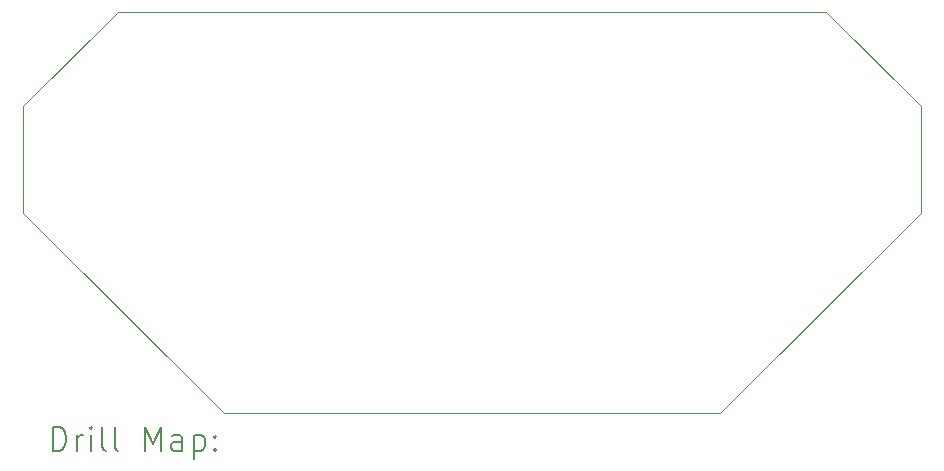
<source format=gbr>
%TF.GenerationSoftware,KiCad,Pcbnew,(6.0.8)*%
%TF.CreationDate,2023-06-20T19:58:34+10:00*%
%TF.ProjectId,thorny_devil,74686f72-6e79-45f6-9465-76696c2e6b69,rev?*%
%TF.SameCoordinates,Original*%
%TF.FileFunction,Drillmap*%
%TF.FilePolarity,Positive*%
%FSLAX45Y45*%
G04 Gerber Fmt 4.5, Leading zero omitted, Abs format (unit mm)*
G04 Created by KiCad (PCBNEW (6.0.8)) date 2023-06-20 19:58:34*
%MOMM*%
%LPD*%
G01*
G04 APERTURE LIST*
%ADD10C,0.100000*%
%ADD11C,0.200000*%
G04 APERTURE END LIST*
D10*
X7800000Y-4700000D02*
X8600000Y-3900000D01*
X9500000Y-7300000D02*
X13700000Y-7300000D01*
X14600000Y-3900000D02*
X8600000Y-3900000D01*
X13700000Y-7300000D02*
X15400000Y-5600000D01*
X9500000Y-7300000D02*
X7800000Y-5600000D01*
X7800000Y-5600000D02*
X7800000Y-4700000D01*
X15400000Y-4700000D02*
X14600000Y-3900000D01*
X15400000Y-5600000D02*
X15400000Y-4700000D01*
D11*
X8052619Y-7615476D02*
X8052619Y-7415476D01*
X8100238Y-7415476D01*
X8128809Y-7425000D01*
X8147857Y-7444048D01*
X8157381Y-7463095D01*
X8166905Y-7501190D01*
X8166905Y-7529762D01*
X8157381Y-7567857D01*
X8147857Y-7586905D01*
X8128809Y-7605952D01*
X8100238Y-7615476D01*
X8052619Y-7615476D01*
X8252619Y-7615476D02*
X8252619Y-7482143D01*
X8252619Y-7520238D02*
X8262143Y-7501190D01*
X8271667Y-7491667D01*
X8290714Y-7482143D01*
X8309762Y-7482143D01*
X8376428Y-7615476D02*
X8376428Y-7482143D01*
X8376428Y-7415476D02*
X8366905Y-7425000D01*
X8376428Y-7434524D01*
X8385952Y-7425000D01*
X8376428Y-7415476D01*
X8376428Y-7434524D01*
X8500238Y-7615476D02*
X8481190Y-7605952D01*
X8471667Y-7586905D01*
X8471667Y-7415476D01*
X8605000Y-7615476D02*
X8585952Y-7605952D01*
X8576429Y-7586905D01*
X8576429Y-7415476D01*
X8833571Y-7615476D02*
X8833571Y-7415476D01*
X8900238Y-7558333D01*
X8966905Y-7415476D01*
X8966905Y-7615476D01*
X9147857Y-7615476D02*
X9147857Y-7510714D01*
X9138333Y-7491667D01*
X9119286Y-7482143D01*
X9081190Y-7482143D01*
X9062143Y-7491667D01*
X9147857Y-7605952D02*
X9128810Y-7615476D01*
X9081190Y-7615476D01*
X9062143Y-7605952D01*
X9052619Y-7586905D01*
X9052619Y-7567857D01*
X9062143Y-7548809D01*
X9081190Y-7539286D01*
X9128810Y-7539286D01*
X9147857Y-7529762D01*
X9243095Y-7482143D02*
X9243095Y-7682143D01*
X9243095Y-7491667D02*
X9262143Y-7482143D01*
X9300238Y-7482143D01*
X9319286Y-7491667D01*
X9328810Y-7501190D01*
X9338333Y-7520238D01*
X9338333Y-7577381D01*
X9328810Y-7596428D01*
X9319286Y-7605952D01*
X9300238Y-7615476D01*
X9262143Y-7615476D01*
X9243095Y-7605952D01*
X9424048Y-7596428D02*
X9433571Y-7605952D01*
X9424048Y-7615476D01*
X9414524Y-7605952D01*
X9424048Y-7596428D01*
X9424048Y-7615476D01*
X9424048Y-7491667D02*
X9433571Y-7501190D01*
X9424048Y-7510714D01*
X9414524Y-7501190D01*
X9424048Y-7491667D01*
X9424048Y-7510714D01*
M02*

</source>
